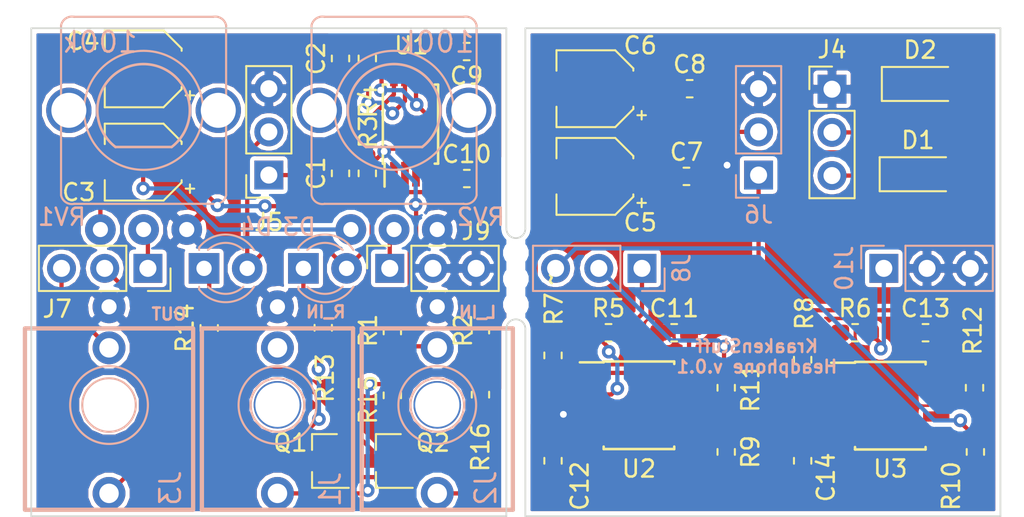
<source format=kicad_pcb>
(kicad_pcb (version 20171130) (host pcbnew "(5.0.1)-4")
  (layers (0 F.Cu signal) (31 B.Cu signal) (34 B.Paste user) (35 F.Paste user) (36 B.SilkS user) (37 F.SilkS user) (38 B.Mask user) (39 F.Mask user) (44 Edge.Cuts user))
  (net 0 "")
  (net 1 "Net-(C1-Pad2)")
  (net 2 "Net-(C1-Pad1)")
  (net 3 "Net-(C2-Pad1)")
  (net 4 "Net-(C2-Pad2)")
  (net 5 "Net-(C3-Pad2)")
  (net 6 "Net-(C4-Pad2)")
  (net 7 "Net-(J1-PadT)")
  (net 8 GND)
  (net 9 "Net-(J1-PadTN)")
  (net 10 "Net-(J2-PadT)")
  (net 11 "Net-(R5-Pad1)")
  (net 12 "Net-(R6-Pad1)")
  (net 13 "Net-(R7-Pad1)")
  (net 14 "Net-(R10-Pad2)")
  (net 15 "Net-(R11-Pad2)")
  (net 16 "Net-(R12-Pad2)")
  (net 17 -12V)
  (net 18 +12V)
  (net 19 "Net-(D1-Pad1)")
  (net 20 "Net-(D2-Pad2)")
  (net 21 "Net-(D3-Pad1)")
  (net 22 "Net-(D4-Pad1)")
  (net 23 POT_R_C)
  (net 24 POT_R_M)
  (net 25 POT_L_C)
  (net 26 POT_L_M)
  (net 27 "Net-(Q1-Pad1)")
  (net 28 "Net-(Q1-Pad3)")
  (net 29 "Net-(Q2-Pad3)")
  (net 30 "Net-(Q2-Pad1)")
  (net 31 OUT_L_C)
  (net 32 OUT_R_C)
  (net 33 OUT_L_M)
  (net 34 OUT_R_M)
  (module KraakenStuff:Perforacija (layer F.Cu) (at 46.2788 62.992 90)
    (fp_text reference ~ (at 0 2.032 90) (layer F.SilkS))
    (fp_text value Perforacija)
    (pad "" np_thru_hole circle (at -1.524 0 90) (size 1 1) (drill 1) (layers *.Cu *.Mask))
    (pad "" np_thru_hole circle (at 0 0 90) (size 1 1) (drill 1) (layers *.Cu *.Mask))
    (pad "" np_thru_hole circle (at 1.524 0 90) (size 1 1) (drill 1) (layers *.Cu *.Mask))
  )
  (module Capacitor_SMD:C_0603_1608Metric_Pad1.05x0.95mm_HandSolder (layer F.Cu) (at 35.9664 56.7944 90)
    (fp_text reference C1 (at 0 -1.43 90) (layer F.SilkS))
    (fp_text value 10p)
    (pad 2 smd roundrect (at 0.875 0 90) (size 1.05 0.95) (layers F.Cu F.Paste F.Mask) (net 1 "Net-(C1-Pad2)"))
    (pad 1 smd roundrect (at -0.875 0 90) (size 1.05 0.95) (layers F.Cu F.Paste F.Mask) (net 2 "Net-(C1-Pad1)"))
  )
  (module Capacitor_SMD:C_0603_1608Metric_Pad1.05x0.95mm_HandSolder (layer F.Cu) (at 35.9664 50.038 90)
    (fp_text reference C2 (at 0 -1.43 90) (layer F.SilkS))
    (fp_text value 10p)
    (pad 1 smd roundrect (at -0.875 0 90) (size 1.05 0.95) (layers F.Cu F.Paste F.Mask) (net 3 "Net-(C2-Pad1)"))
    (pad 2 smd roundrect (at 0.875 0 90) (size 1.05 0.95) (layers F.Cu F.Paste F.Mask) (net 4 "Net-(C2-Pad2)"))
  )
  (module Capacitor_SMD:CP_Elec_4x5.7 (layer F.Cu) (at 24.362 56.134 180)
    (fp_text reference C3 (at 3.788 -1.778 180) (layer F.SilkS))
    (fp_text value 10uF)
    (pad 1 smd rect (at -1.8 0 180) (size 2.6 1.6) (layers F.Cu F.Paste F.Mask) (net 2 "Net-(C1-Pad1)"))
    (pad 2 smd rect (at 1.8 0 180) (size 2.6 1.6) (layers F.Cu F.Paste F.Mask) (net 5 "Net-(C3-Pad2)"))
  )
  (module Capacitor_SMD:CP_Elec_4x5.7 (layer F.Cu) (at 24.362 50.6476 180)
    (fp_text reference C4 (at 3.534 1.6256 180) (layer F.SilkS))
    (fp_text value 10uF)
    (pad 2 smd rect (at 1.8 0 180) (size 2.6 1.6) (layers F.Cu F.Paste F.Mask) (net 6 "Net-(C4-Pad2)"))
    (pad 1 smd rect (at -1.8 0 180) (size 2.6 1.6) (layers F.Cu F.Paste F.Mask) (net 3 "Net-(C2-Pad1)"))
  )
  (module KraakenStuff:PJ301M-12 (layer B.Cu) (at 32.258 70.4088 90)
    (fp_text reference J1 (at -3.8354 3.81 90) (layer B.SilkS) (effects (font (size 1.2065 1.2065) (thickness 0.1524)) (justify left bottom mirror)))
    (fp_text value R_IN (at 5.0546 4.0894 180) (layer B.SilkS) (effects (font (size 0.7 0.7) (thickness 0.1524)) (justify left bottom mirror)))
    (pad T thru_hole circle (at -5.207 0 90) (size 1.9304 1.9304) (drill 1.143) (layers *.Cu *.Mask) (net 7 "Net-(J1-PadT)"))
    (pad S thru_hole circle (at 5.7658 0 90) (size 1.9304 1.9304) (drill 0.889) (layers *.Cu *.Mask) (net 8 GND))
    (pad TN thru_hole circle (at 3.3528 0 90) (size 1.9304 1.9304) (drill 1.143) (layers *.Cu *.Mask) (net 9 "Net-(J1-PadTN)"))
    (pad "" np_thru_hole circle (at 0 0 90) (size 2.8 2.8) (drill 2.6) (layers *.Cu *.Mask))
  )
  (module KraakenStuff:PJ301M-12 (layer B.Cu) (at 41.656 70.4088 90)
    (fp_text reference J2 (at -3.7592 3.556 90) (layer B.SilkS) (effects (font (size 1.2065 1.2065) (thickness 0.1524)) (justify left bottom mirror)))
    (fp_text value L_IN (at 5.0292 3.556 180) (layer B.SilkS) (effects (font (size 0.7 0.7) (thickness 0.1524)) (justify left bottom mirror)))
    (pad "" np_thru_hole circle (at 0 0 90) (size 2.8 2.8) (drill 2.6) (layers *.Cu *.Mask))
    (pad TN thru_hole circle (at 3.3528 0 90) (size 1.9304 1.9304) (drill 1.143) (layers *.Cu *.Mask) (net 7 "Net-(J1-PadT)"))
    (pad S thru_hole circle (at 5.7658 0 90) (size 1.9304 1.9304) (drill 0.889) (layers *.Cu *.Mask) (net 8 GND))
    (pad T thru_hole circle (at -5.207 0 90) (size 1.9304 1.9304) (drill 1.143) (layers *.Cu *.Mask) (net 10 "Net-(J2-PadT)"))
  )
  (module KraakenStuff:PJ366ST (layer B.Cu) (at 22.352 70.4088 90)
    (fp_text reference J3 (at -3.7592 4.318 90) (layer B.SilkS) (effects (font (size 1.2065 1.2065) (thickness 0.1524)) (justify left bottom mirror)))
    (fp_text value OUT (at 4.9276 4.6228 180) (layer B.SilkS) (effects (font (size 0.7 0.7) (thickness 0.1524)) (justify left bottom mirror)))
    (pad "" np_thru_hole circle (at 0 0 90) (size 3 3) (drill 3) (layers *.Cu *.Mask))
    (pad R thru_hole circle (at 3.3528 0 90) (size 1.9304 1.9304) (drill 1.143) (layers *.Cu *.Mask) (net 31 OUT_L_C))
    (pad S thru_hole circle (at 5.7658 0 90) (size 1.9304 1.9304) (drill 0.889) (layers *.Cu *.Mask) (net 8 GND))
    (pad T thru_hole circle (at -5.207 0 90) (size 1.9304 1.9304) (drill 1.143) (layers *.Cu *.Mask) (net 32 OUT_R_C))
  )
  (module Resistor_SMD:R_0603_1608Metric_Pad1.05x0.95mm_HandSolder (layer F.Cu) (at 39.0144 66.0908 270)
    (fp_text reference R1 (at -0.0508 1.4224 270) (layer F.SilkS))
    (fp_text value 100k)
    (pad 2 smd roundrect (at 0.875 0 270) (size 1.05 0.95) (layers F.Cu F.Paste F.Mask) (net 7 "Net-(J1-PadT)"))
    (pad 1 smd roundrect (at -0.875 0 270) (size 1.05 0.95) (layers F.Cu F.Paste F.Mask) (net 1 "Net-(C1-Pad2)"))
  )
  (module Resistor_SMD:R_0603_1608Metric_Pad1.05x0.95mm_HandSolder (layer F.Cu) (at 44.196 66.04 270)
    (fp_text reference R2 (at 0 1.016 270) (layer F.SilkS))
    (fp_text value 100k)
    (pad 1 smd roundrect (at -0.875 0 270) (size 1.05 0.95) (layers F.Cu F.Paste F.Mask) (net 4 "Net-(C2-Pad2)"))
    (pad 2 smd roundrect (at 0.875 0 270) (size 1.05 0.95) (layers F.Cu F.Paste F.Mask) (net 10 "Net-(J2-PadT)"))
  )
  (module Resistor_SMD:R_0603_1608Metric_Pad1.05x0.95mm_HandSolder (layer F.Cu) (at 37.5412 56.7944 90)
    (fp_text reference R3 (at 2.4384 0.0508 90) (layer F.SilkS))
    (fp_text value 39k)
    (pad 2 smd roundrect (at 0.875 0 90) (size 1.05 0.95) (layers F.Cu F.Paste F.Mask) (net 1 "Net-(C1-Pad2)"))
    (pad 1 smd roundrect (at -0.875 0 90) (size 1.05 0.95) (layers F.Cu F.Paste F.Mask) (net 2 "Net-(C1-Pad1)"))
  )
  (module Resistor_SMD:R_0603_1608Metric_Pad1.05x0.95mm_HandSolder (layer F.Cu) (at 37.5412 50.038 90)
    (fp_text reference R4 (at -2.54 0.0508 90) (layer F.SilkS))
    (fp_text value 39k)
    (pad 1 smd roundrect (at -0.875 0 90) (size 1.05 0.95) (layers F.Cu F.Paste F.Mask) (net 3 "Net-(C2-Pad1)"))
    (pad 2 smd roundrect (at 0.875 0 90) (size 1.05 0.95) (layers F.Cu F.Paste F.Mask) (net 4 "Net-(C2-Pad2)"))
  )
  (module Resistor_SMD:R_0603_1608Metric_Pad1.05x0.95mm_HandSolder (layer F.Cu) (at 51.7284 66.167)
    (fp_text reference R5 (at 0 -1.43) (layer F.SilkS))
    (fp_text value 10k)
    (pad 1 smd roundrect (at -0.875 0) (size 1.05 0.95) (layers F.Cu F.Paste F.Mask) (net 11 "Net-(R5-Pad1)"))
    (pad 2 smd roundrect (at 0.875 0) (size 1.05 0.95) (layers F.Cu F.Paste F.Mask) (net 24 POT_R_M))
  )
  (module Resistor_SMD:R_0603_1608Metric_Pad1.05x0.95mm_HandSolder (layer F.Cu) (at 66.2318 66.167)
    (fp_text reference R6 (at 0 -1.43) (layer F.SilkS))
    (fp_text value 10k)
    (pad 1 smd roundrect (at -0.875 0) (size 1.05 0.95) (layers F.Cu F.Paste F.Mask) (net 12 "Net-(R6-Pad1)"))
    (pad 2 smd roundrect (at 0.875 0) (size 1.05 0.95) (layers F.Cu F.Paste F.Mask) (net 26 POT_L_M))
  )
  (module Resistor_SMD:R_0603_1608Metric_Pad1.05x0.95mm_HandSolder (layer F.Cu) (at 48.4632 67.5018 90)
    (fp_text reference R7 (at 2.7318 0.0508 90) (layer F.SilkS))
    (fp_text value 10k)
    (pad 2 smd roundrect (at 0.875 0 90) (size 1.05 0.95) (layers F.Cu F.Paste F.Mask) (net 11 "Net-(R5-Pad1)"))
    (pad 1 smd roundrect (at -0.875 0 90) (size 1.05 0.95) (layers F.Cu F.Paste F.Mask) (net 13 "Net-(R7-Pad1)"))
  )
  (module Resistor_SMD:R_0603_1608Metric_Pad1.05x0.95mm_HandSolder (layer F.Cu) (at 63.1444 67.7558 270)
    (fp_text reference R8 (at -2.7318 -0.1016 270) (layer F.SilkS))
    (fp_text value 10k)
    (pad 2 smd roundrect (at 0.875 0 270) (size 1.05 0.95) (layers F.Cu F.Paste F.Mask) (net 12 "Net-(R6-Pad1)"))
    (pad 1 smd roundrect (at -0.875 0 270) (size 1.05 0.95) (layers F.Cu F.Paste F.Mask) (net 14 "Net-(R10-Pad2)"))
  )
  (module Resistor_SMD:R_0603_1608Metric_Pad1.05x0.95mm_HandSolder (layer F.Cu) (at 58.6486 73.1774 270)
    (fp_text reference R9 (at 0 -1.43 270) (layer F.SilkS))
    (fp_text value 75)
    (pad 1 smd roundrect (at -0.875 0 270) (size 1.05 0.95) (layers F.Cu F.Paste F.Mask) (net 34 OUT_R_M))
    (pad 2 smd roundrect (at 0.875 0 270) (size 1.05 0.95) (layers F.Cu F.Paste F.Mask) (net 13 "Net-(R7-Pad1)"))
  )
  (module Resistor_SMD:R_0603_1608Metric_Pad1.05x0.95mm_HandSolder (layer F.Cu) (at 73.3044 73.1774 270)
    (fp_text reference R10 (at 2.0066 1.4224 270) (layer F.SilkS))
    (fp_text value 75)
    (pad 1 smd roundrect (at -0.875 0 270) (size 1.05 0.95) (layers F.Cu F.Paste F.Mask) (net 33 OUT_L_M))
    (pad 2 smd roundrect (at 0.875 0 270) (size 1.05 0.95) (layers F.Cu F.Paste F.Mask) (net 14 "Net-(R10-Pad2)"))
  )
  (module Resistor_SMD:R_0603_1608Metric_Pad1.05x0.95mm_HandSolder (layer F.Cu) (at 58.6486 69.4042 270)
    (fp_text reference R11 (at 0 -1.43 270) (layer F.SilkS))
    (fp_text value 75)
    (pad 2 smd roundrect (at 0.875 0 270) (size 1.05 0.95) (layers F.Cu F.Paste F.Mask) (net 15 "Net-(R11-Pad2)"))
    (pad 1 smd roundrect (at -0.875 0 270) (size 1.05 0.95) (layers F.Cu F.Paste F.Mask) (net 34 OUT_R_M))
  )
  (module Resistor_SMD:R_0603_1608Metric_Pad1.05x0.95mm_HandSolder (layer F.Cu) (at 73.2536 69.4042 90)
    (fp_text reference R12 (at 3.3642 -0.1016 90) (layer F.SilkS))
    (fp_text value 75)
    (pad 2 smd roundrect (at 0.875 0 90) (size 1.05 0.95) (layers F.Cu F.Paste F.Mask) (net 16 "Net-(R12-Pad2)"))
    (pad 1 smd roundrect (at -0.875 0 90) (size 1.05 0.95) (layers F.Cu F.Paste F.Mask) (net 33 OUT_L_M))
  )
  (module KraakenStuff:POT-9MM-ALPHA (layer B.Cu) (at 24.384 53.086)
    (fp_text reference RV1 (at -3.302 6.858) (layer B.SilkS) (effects (font (thickness 0.1524)) (justify left bottom mirror)))
    (fp_text value 100k (at -0.254 -3.302) (layer B.SilkS) (effects (font (size 1.2065 1.2065) (thickness 0.1524)) (justify left bottom mirror)))
    (pad 5 thru_hole circle (at -4.394363 0.001843) (size 2.667 2.667) (drill 2.0574) (layers *.Cu *.Mask))
    (pad 4 thru_hole circle (at 4.394037 0.001843) (size 2.667 2.667) (drill 2.0574) (layers *.Cu *.Mask))
    (pad 1 thru_hole circle (at 2.539837 7.012243 90) (size 1.8034 1.8034) (drill 0.889) (layers *.Cu *.Mask) (net 8 GND))
    (pad 2 thru_hole circle (at -0.000163 7.012243 90) (size 1.8034 1.8034) (drill 0.889) (layers *.Cu *.Mask) (net 23 POT_R_C))
    (pad 3 thru_hole circle (at -2.540163 7.012243 90) (size 1.8034 1.8034) (drill 0.889) (layers *.Cu *.Mask) (net 5 "Net-(C3-Pad2)"))
  )
  (module KraakenStuff:POT-9MM-ALPHA (layer B.Cu) (at 39.116 53.086)
    (fp_text reference RV2 (at 6.604 6.858) (layer B.SilkS) (effects (font (thickness 0.1524)) (justify left bottom mirror)))
    (fp_text value 100k (at 4.826 -3.302) (layer B.SilkS) (effects (font (size 1.2065 1.2065) (thickness 0.1524)) (justify left bottom mirror)))
    (pad 3 thru_hole circle (at -2.540163 7.012243 90) (size 1.8034 1.8034) (drill 0.889) (layers *.Cu *.Mask) (net 6 "Net-(C4-Pad2)"))
    (pad 2 thru_hole circle (at -0.000163 7.012243 90) (size 1.8034 1.8034) (drill 0.889) (layers *.Cu *.Mask) (net 25 POT_L_C))
    (pad 1 thru_hole circle (at 2.539837 7.012243 90) (size 1.8034 1.8034) (drill 0.889) (layers *.Cu *.Mask) (net 8 GND))
    (pad 4 thru_hole circle (at 4.394037 0.001843) (size 2.667 2.667) (drill 2.0574) (layers *.Cu *.Mask))
    (pad 5 thru_hole circle (at -4.394363 0.001843) (size 2.667 2.667) (drill 2.0574) (layers *.Cu *.Mask))
  )
  (module Package_SO:TSSOP-8_4.4x3mm_P0.65mm (layer F.Cu) (at 40.0812 53.8988 90)
    (fp_text reference U1 (at 4.6228 0.0508 180) (layer F.SilkS))
    (fp_text value TL072)
    (pad 1 smd rect (at -2.95 -0.975 90) (size 1.45 0.45) (layers F.Cu F.Paste F.Mask) (net 2 "Net-(C1-Pad1)"))
    (pad 2 smd rect (at -2.95 -0.325 90) (size 1.45 0.45) (layers F.Cu F.Paste F.Mask) (net 1 "Net-(C1-Pad2)"))
    (pad 3 smd rect (at -2.95 0.325 90) (size 1.45 0.45) (layers F.Cu F.Paste F.Mask) (net 8 GND))
    (pad 4 smd rect (at -2.95 0.975 90) (size 1.45 0.45) (layers F.Cu F.Paste F.Mask) (net 18 +12V))
    (pad 5 smd rect (at 2.95 0.975 90) (size 1.45 0.45) (layers F.Cu F.Paste F.Mask) (net 8 GND))
    (pad 6 smd rect (at 2.95 0.325 90) (size 1.45 0.45) (layers F.Cu F.Paste F.Mask) (net 4 "Net-(C2-Pad2)"))
    (pad 7 smd rect (at 2.95 -0.325 90) (size 1.45 0.45) (layers F.Cu F.Paste F.Mask) (net 3 "Net-(C2-Pad1)"))
    (pad 8 smd rect (at 2.95 -0.975 90) (size 1.45 0.45) (layers F.Cu F.Paste F.Mask) (net 17 -12V))
  )
  (module Package_SO:SOIC-8_3.9x4.9mm_P1.27mm (layer F.Cu) (at 53.5178 70.4342)
    (fp_text reference U2 (at 0 3.7338) (layer F.SilkS))
    (fp_text value NE5532)
    (pad 1 smd rect (at -2.7 -1.905) (size 1.55 0.6) (layers F.Cu F.Paste F.Mask) (net 13 "Net-(R7-Pad1)"))
    (pad 2 smd rect (at -2.7 -0.635) (size 1.55 0.6) (layers F.Cu F.Paste F.Mask) (net 11 "Net-(R5-Pad1)"))
    (pad 3 smd rect (at -2.7 0.635) (size 1.55 0.6) (layers F.Cu F.Paste F.Mask) (net 8 GND))
    (pad 4 smd rect (at -2.7 1.905) (size 1.55 0.6) (layers F.Cu F.Paste F.Mask) (net 18 +12V))
    (pad 5 smd rect (at 2.7 1.905) (size 1.55 0.6) (layers F.Cu F.Paste F.Mask) (net 13 "Net-(R7-Pad1)"))
    (pad 6 smd rect (at 2.7 0.635) (size 1.55 0.6) (layers F.Cu F.Paste F.Mask) (net 15 "Net-(R11-Pad2)"))
    (pad 7 smd rect (at 2.7 -0.635) (size 1.55 0.6) (layers F.Cu F.Paste F.Mask) (net 15 "Net-(R11-Pad2)"))
    (pad 8 smd rect (at 2.7 -1.905) (size 1.55 0.6) (layers F.Cu F.Paste F.Mask) (net 17 -12V))
  )
  (module Package_SO:SOIC-8_3.9x4.9mm_P1.27mm (layer F.Cu) (at 68.3006 70.4596)
    (fp_text reference U3 (at 0 3.7084) (layer F.SilkS))
    (fp_text value NE5532)
    (pad 8 smd rect (at 2.7 -1.905) (size 1.55 0.6) (layers F.Cu F.Paste F.Mask) (net 17 -12V))
    (pad 7 smd rect (at 2.7 -0.635) (size 1.55 0.6) (layers F.Cu F.Paste F.Mask) (net 16 "Net-(R12-Pad2)"))
    (pad 6 smd rect (at 2.7 0.635) (size 1.55 0.6) (layers F.Cu F.Paste F.Mask) (net 16 "Net-(R12-Pad2)"))
    (pad 5 smd rect (at 2.7 1.905) (size 1.55 0.6) (layers F.Cu F.Paste F.Mask) (net 14 "Net-(R10-Pad2)"))
    (pad 4 smd rect (at -2.7 1.905) (size 1.55 0.6) (layers F.Cu F.Paste F.Mask) (net 18 +12V))
    (pad 3 smd rect (at -2.7 0.635) (size 1.55 0.6) (layers F.Cu F.Paste F.Mask) (net 8 GND))
    (pad 2 smd rect (at -2.7 -0.635) (size 1.55 0.6) (layers F.Cu F.Paste F.Mask) (net 12 "Net-(R6-Pad1)"))
    (pad 1 smd rect (at -2.7 -1.905) (size 1.55 0.6) (layers F.Cu F.Paste F.Mask) (net 14 "Net-(R10-Pad2)"))
  )
  (module Capacitor_SMD:CP_Elec_4x5.7 (layer F.Cu) (at 50.927 56.9722 180)
    (fp_text reference C5 (at -2.667 -2.7178 180) (layer F.SilkS))
    (fp_text value 10uF)
    (pad 2 smd rect (at 1.8 0 180) (size 2.6 1.6) (layers F.Cu F.Paste F.Mask) (net 17 -12V))
    (pad 1 smd rect (at -1.8 0 180) (size 2.6 1.6) (layers F.Cu F.Paste F.Mask) (net 8 GND))
  )
  (module Capacitor_SMD:CP_Elec_4x5.7 (layer F.Cu) (at 50.927 51.816 180)
    (fp_text reference C6 (at -2.667 2.54 180) (layer F.SilkS))
    (fp_text value 10uF)
    (pad 1 smd rect (at -1.8 0 180) (size 2.6 1.6) (layers F.Cu F.Paste F.Mask) (net 18 +12V))
    (pad 2 smd rect (at 1.8 0 180) (size 2.6 1.6) (layers F.Cu F.Paste F.Mask) (net 8 GND))
  )
  (module Capacitor_SMD:C_0603_1608Metric_Pad1.05x0.95mm_HandSolder (layer F.Cu) (at 56.3118 56.9722)
    (fp_text reference C7 (at 0 -1.43) (layer F.SilkS))
    (fp_text value 100n)
    (pad 2 smd roundrect (at 0.875 0) (size 1.05 0.95) (layers F.Cu F.Paste F.Mask) (net 17 -12V))
    (pad 1 smd roundrect (at -0.875 0) (size 1.05 0.95) (layers F.Cu F.Paste F.Mask) (net 8 GND))
  )
  (module Capacitor_SMD:C_0603_1608Metric_Pad1.05x0.95mm_HandSolder (layer F.Cu) (at 56.501 51.816)
    (fp_text reference C8 (at 0 -1.43) (layer F.SilkS))
    (fp_text value 100n)
    (pad 1 smd roundrect (at -0.875 0) (size 1.05 0.95) (layers F.Cu F.Paste F.Mask) (net 18 +12V))
    (pad 2 smd roundrect (at 0.875 0) (size 1.05 0.95) (layers F.Cu F.Paste F.Mask) (net 8 GND))
  )
  (module Capacitor_SMD:C_0603_1608Metric_Pad1.05x0.95mm_HandSolder (layer F.Cu) (at 43.3832 49.6316 180)
    (fp_text reference C9 (at 0 -1.43 180) (layer F.SilkS))
    (fp_text value 100n)
    (pad 2 smd roundrect (at 0.875 0 180) (size 1.05 0.95) (layers F.Cu F.Paste F.Mask) (net 17 -12V))
    (pad 1 smd roundrect (at -0.875 0 180) (size 1.05 0.95) (layers F.Cu F.Paste F.Mask) (net 8 GND))
  )
  (module Capacitor_SMD:C_0603_1608Metric_Pad1.05x0.95mm_HandSolder (layer F.Cu) (at 43.3946 57.0992)
    (fp_text reference C10 (at 0 -1.43) (layer F.SilkS))
    (fp_text value 100n)
    (pad 1 smd roundrect (at -0.875 0) (size 1.05 0.95) (layers F.Cu F.Paste F.Mask) (net 18 +12V))
    (pad 2 smd roundrect (at 0.875 0) (size 1.05 0.95) (layers F.Cu F.Paste F.Mask) (net 8 GND))
  )
  (module Capacitor_SMD:C_0603_1608Metric_Pad1.05x0.95mm_HandSolder (layer F.Cu) (at 55.5892 66.167)
    (fp_text reference C11 (at 0 -1.43) (layer F.SilkS))
    (fp_text value 100n)
    (pad 1 smd roundrect (at -0.875 0) (size 1.05 0.95) (layers F.Cu F.Paste F.Mask) (net 8 GND))
    (pad 2 smd roundrect (at 0.875 0) (size 1.05 0.95) (layers F.Cu F.Paste F.Mask) (net 17 -12V))
  )
  (module Capacitor_SMD:C_0603_1608Metric_Pad1.05x0.95mm_HandSolder (layer F.Cu) (at 48.4632 73.6994 270)
    (fp_text reference C12 (at 1.4846 -1.5748 270) (layer F.SilkS))
    (fp_text value 100n)
    (pad 2 smd roundrect (at 0.875 0 270) (size 1.05 0.95) (layers F.Cu F.Paste F.Mask) (net 8 GND))
    (pad 1 smd roundrect (at -0.875 0 270) (size 1.05 0.95) (layers F.Cu F.Paste F.Mask) (net 18 +12V))
  )
  (module Capacitor_SMD:C_0603_1608Metric_Pad1.05x0.95mm_HandSolder (layer F.Cu) (at 70.372 66.167)
    (fp_text reference C13 (at 0 -1.43) (layer F.SilkS))
    (fp_text value 100n)
    (pad 1 smd roundrect (at -0.875 0) (size 1.05 0.95) (layers F.Cu F.Paste F.Mask) (net 8 GND))
    (pad 2 smd roundrect (at 0.875 0) (size 1.05 0.95) (layers F.Cu F.Paste F.Mask) (net 17 -12V))
  )
  (module Capacitor_SMD:C_0603_1608Metric_Pad1.05x0.95mm_HandSolder (layer F.Cu) (at 63.1444 73.6994 270)
    (fp_text reference C14 (at 0.9766 -1.3716 270) (layer F.SilkS))
    (fp_text value 100n)
    (pad 2 smd roundrect (at 0.875 0 270) (size 1.05 0.95) (layers F.Cu F.Paste F.Mask) (net 8 GND))
    (pad 1 smd roundrect (at -0.875 0 270) (size 1.05 0.95) (layers F.Cu F.Paste F.Mask) (net 18 +12V))
  )
  (module Diode_SMD:D_SOD-123 (layer F.Cu) (at 69.9262 56.8452)
    (fp_text reference D1 (at 0 -2) (layer F.SilkS))
    (fp_text value 1N5817)
    (pad 1 smd rect (at -1.65 0) (size 0.9 1.2) (layers F.Cu F.Paste F.Mask) (net 19 "Net-(D1-Pad1)"))
    (pad 2 smd rect (at 1.65 0) (size 0.9 1.2) (layers F.Cu F.Paste F.Mask) (net 17 -12V))
  )
  (module Diode_SMD:D_SOD-123 (layer F.Cu) (at 70.0532 51.5366)
    (fp_text reference D2 (at 0 -2) (layer F.SilkS))
    (fp_text value 1N5817)
    (pad 2 smd rect (at 1.65 0) (size 0.9 1.2) (layers F.Cu F.Paste F.Mask) (net 20 "Net-(D2-Pad2)"))
    (pad 1 smd rect (at -1.65 0) (size 0.9 1.2) (layers F.Cu F.Paste F.Mask) (net 18 +12V))
  )
  (module LED_THT:LED_D3.0mm (layer B.Cu) (at 33.782 62.3824)
    (fp_text reference D3 (at -0.254 -2.4384) (layer B.SilkS) (effects (justify mirror)))
    (fp_text value LED)
    (pad 1 thru_hole rect (at 0 0) (size 1.8 1.8) (drill 0.9) (layers *.Cu *.Mask) (net 21 "Net-(D3-Pad1)"))
    (pad 2 thru_hole circle (at 2.54 0) (size 1.8 1.8) (drill 0.9) (layers *.Cu *.Mask) (net 18 +12V))
  )
  (module LED_THT:LED_D3.0mm (layer B.Cu) (at 27.94 62.3824)
    (fp_text reference D4 (at 3.048 -2.4384) (layer B.SilkS) (effects (justify mirror)))
    (fp_text value LED)
    (pad 2 thru_hole circle (at 2.54 0) (size 1.8 1.8) (drill 0.9) (layers *.Cu *.Mask) (net 18 +12V))
    (pad 1 thru_hole rect (at 0 0) (size 1.8 1.8) (drill 0.9) (layers *.Cu *.Mask) (net 22 "Net-(D4-Pad1)"))
  )
  (module Package_TO_SOT_SMD:SOT-23 (layer F.Cu) (at 35.052 73.7108 180)
    (fp_text reference Q1 (at 2.032 1.0668 180) (layer F.SilkS))
    (fp_text value MMBT3904)
    (pad 1 smd rect (at -1 -0.95 180) (size 0.9 0.8) (layers F.Cu F.Paste F.Mask) (net 27 "Net-(Q1-Pad1)"))
    (pad 2 smd rect (at -1 0.95 180) (size 0.9 0.8) (layers F.Cu F.Paste F.Mask) (net 8 GND))
    (pad 3 smd rect (at 1 0 180) (size 0.9 0.8) (layers F.Cu F.Paste F.Mask) (net 28 "Net-(Q1-Pad3)"))
  )
  (module Package_TO_SOT_SMD:SOT-23 (layer F.Cu) (at 38.8112 73.7108 180)
    (fp_text reference Q2 (at -2.5908 1.0668 180) (layer F.SilkS))
    (fp_text value MMBT3904)
    (pad 3 smd rect (at 1 0 180) (size 0.9 0.8) (layers F.Cu F.Paste F.Mask) (net 29 "Net-(Q2-Pad3)"))
    (pad 2 smd rect (at -1 0.95 180) (size 0.9 0.8) (layers F.Cu F.Paste F.Mask) (net 8 GND))
    (pad 1 smd rect (at -1 -0.95 180) (size 0.9 0.8) (layers F.Cu F.Paste F.Mask) (net 30 "Net-(Q2-Pad1)"))
  )
  (module Resistor_SMD:R_0603_1608Metric_Pad1.05x0.95mm_HandSolder (layer F.Cu) (at 34.9504 65.8762 90)
    (fp_text reference R13 (at -2.9578 0.1016 90) (layer F.SilkS))
    (fp_text value 1k)
    (pad 1 smd roundrect (at -0.875 0 90) (size 1.05 0.95) (layers F.Cu F.Paste F.Mask) (net 28 "Net-(Q1-Pad3)"))
    (pad 2 smd roundrect (at 0.875 0 90) (size 1.05 0.95) (layers F.Cu F.Paste F.Mask) (net 21 "Net-(D3-Pad1)"))
  )
  (module Resistor_SMD:R_0603_1608Metric_Pad1.05x0.95mm_HandSolder (layer F.Cu) (at 28.2448 65.8876 90)
    (fp_text reference R14 (at 0 -1.43 90) (layer F.SilkS))
    (fp_text value 1k)
    (pad 2 smd roundrect (at 0.875 0 90) (size 1.05 0.95) (layers F.Cu F.Paste F.Mask) (net 22 "Net-(D4-Pad1)"))
    (pad 1 smd roundrect (at -0.875 0 90) (size 1.05 0.95) (layers F.Cu F.Paste F.Mask) (net 29 "Net-(Q2-Pad3)"))
  )
  (module Resistor_SMD:R_0603_1608Metric_Pad1.05x0.95mm_HandSolder (layer F.Cu) (at 39.0144 69.85 270)
    (fp_text reference R15 (at 0.254 1.4224 270) (layer F.SilkS))
    (fp_text value 100k)
    (pad 2 smd roundrect (at 0.875 0 270) (size 1.05 0.95) (layers F.Cu F.Paste F.Mask) (net 27 "Net-(Q1-Pad1)"))
    (pad 1 smd roundrect (at -0.875 0 270) (size 1.05 0.95) (layers F.Cu F.Paste F.Mask) (net 7 "Net-(J1-PadT)"))
  )
  (module Resistor_SMD:R_0603_1608Metric_Pad1.05x0.95mm_HandSolder (layer F.Cu) (at 44.196 69.8106 270)
    (fp_text reference R16 (at 3.0874 0 270) (layer F.SilkS))
    (fp_text value 100k)
    (pad 1 smd roundrect (at -0.875 0 270) (size 1.05 0.95) (layers F.Cu F.Paste F.Mask) (net 10 "Net-(J2-PadT)"))
    (pad 2 smd roundrect (at 0.875 0 270) (size 1.05 0.95) (layers F.Cu F.Paste F.Mask) (net 30 "Net-(Q2-Pad1)"))
  )
  (module Connector_PinHeader_2.54mm:PinHeader_1x03_P2.54mm_Vertical (layer F.Cu) (at 64.8716 51.846)
    (fp_text reference J4 (at 0 -2.33) (layer F.SilkS))
    (fp_text value PWR)
    (pad 3 thru_hole oval (at 0 5.08) (size 1.7 1.7) (drill 1) (layers *.Cu *.Mask) (net 19 "Net-(D1-Pad1)"))
    (pad 2 thru_hole oval (at 0 2.54) (size 1.7 1.7) (drill 1) (layers *.Cu *.Mask) (net 20 "Net-(D2-Pad2)"))
    (pad 1 thru_hole rect (at 0 0) (size 1.7 1.7) (drill 1) (layers *.Cu *.Mask) (net 8 GND))
  )
  (module Connector_PinSocket_2.54mm:PinSocket_1x03_P2.54mm_Vertical (layer F.Cu) (at 31.75 56.896 180)
    (fp_text reference J5 (at 0 -2.77 180) (layer F.SilkS))
    (fp_text value PWR_C)
    (pad 1 thru_hole rect (at 0 0 180) (size 1.7 1.7) (drill 1) (layers *.Cu *.Mask) (net 17 -12V))
    (pad 2 thru_hole oval (at 0 2.54 180) (size 1.7 1.7) (drill 1) (layers *.Cu *.Mask) (net 18 +12V))
    (pad 3 thru_hole oval (at 0 5.08 180) (size 1.7 1.7) (drill 1) (layers *.Cu *.Mask) (net 8 GND))
  )
  (module Connector_PinHeader_2.54mm:PinHeader_1x03_P2.54mm_Vertical (layer B.Cu) (at 60.5536 56.896)
    (fp_text reference J6 (at 0 2.33) (layer B.SilkS) (effects (justify mirror)))
    (fp_text value PWR_M)
    (pad 1 thru_hole rect (at 0 0) (size 1.7 1.7) (drill 1) (layers *.Cu *.Mask) (net 17 -12V))
    (pad 2 thru_hole oval (at 0 -2.54) (size 1.7 1.7) (drill 1) (layers *.Cu *.Mask) (net 18 +12V))
    (pad 3 thru_hole oval (at 0 -5.08) (size 1.7 1.7) (drill 1) (layers *.Cu *.Mask) (net 8 GND))
  )
  (module Connector_PinSocket_2.54mm:PinSocket_1x03_P2.54mm_Vertical (layer F.Cu) (at 24.638 62.3824 270)
    (fp_text reference J7 (at 2.3876 5.334) (layer F.SilkS))
    (fp_text value POT_R_C)
    (pad 3 thru_hole oval (at 0 5.08 270) (size 1.7 1.7) (drill 1) (layers *.Cu *.Mask) (net 31 OUT_L_C))
    (pad 2 thru_hole oval (at 0 2.54 270) (size 1.7 1.7) (drill 1) (layers *.Cu *.Mask) (net 32 OUT_R_C))
    (pad 1 thru_hole rect (at 0 0 270) (size 1.7 1.7) (drill 1) (layers *.Cu *.Mask) (net 23 POT_R_C))
  )
  (module Connector_PinHeader_2.54mm:PinHeader_1x03_P2.54mm_Vertical (layer B.Cu) (at 53.6956 62.3824 90)
    (fp_text reference J8 (at 0 2.33 90) (layer B.SilkS) (effects (justify mirror)))
    (fp_text value POT_R_M)
    (pad 3 thru_hole oval (at 0 -5.08 90) (size 1.7 1.7) (drill 1) (layers *.Cu *.Mask) (net 33 OUT_L_M))
    (pad 2 thru_hole oval (at 0 -2.54 90) (size 1.7 1.7) (drill 1) (layers *.Cu *.Mask) (net 34 OUT_R_M))
    (pad 1 thru_hole rect (at 0 0 90) (size 1.7 1.7) (drill 1) (layers *.Cu *.Mask) (net 24 POT_R_M))
  )
  (module Connector_PinSocket_2.54mm:PinSocket_1x03_P2.54mm_Vertical (layer F.Cu) (at 38.862 62.3824 90)
    (fp_text reference J9 (at 2.1844 5.08 180) (layer F.SilkS))
    (fp_text value POT_L_C)
    (pad 1 thru_hole rect (at 0 0 90) (size 1.7 1.7) (drill 1) (layers *.Cu *.Mask) (net 25 POT_L_C))
    (pad 2 thru_hole oval (at 0 2.54 90) (size 1.7 1.7) (drill 1) (layers *.Cu *.Mask) (net 8 GND))
    (pad 3 thru_hole oval (at 0 5.08 90) (size 1.7 1.7) (drill 1) (layers *.Cu *.Mask) (net 8 GND))
  )
  (module Connector_PinHeader_2.54mm:PinHeader_1x03_P2.54mm_Vertical (layer B.Cu) (at 67.9196 62.3824 270)
    (fp_text reference J10 (at 0 2.33 270) (layer B.SilkS) (effects (justify mirror)))
    (fp_text value POT_L_M)
    (pad 1 thru_hole rect (at 0 0 270) (size 1.7 1.7) (drill 1) (layers *.Cu *.Mask) (net 26 POT_L_M))
    (pad 2 thru_hole oval (at 0 -2.54 270) (size 1.7 1.7) (drill 1) (layers *.Cu *.Mask) (net 8 GND))
    (pad 3 thru_hole oval (at 0 -5.08 270) (size 1.7 1.7) (drill 1) (layers *.Cu *.Mask) (net 8 GND))
  )
  (gr_text "KraakenStuff\nHeadphone v.0.1" (at 60.452 67.564) (layer B.SilkS) (effects (font (size 0.75 0.75)) (justify mirror)))
  (gr_line (start 46.8376 65.9384) (end 46.8376 76.962) (layer Edge.Cuts) (width 0.1))
  (gr_line (start 45.72 76.962) (end 45.72 65.9384) (layer Edge.Cuts) (width 0.1))
  (gr_arc (start 46.2788 65.9384) (end 46.8376 65.9384) (angle -180) (layer Edge.Cuts) (width 0.1))
  (gr_arc (start 46.2788 60.0456) (end 45.72 60.0456) (angle -180) (layer Edge.Cuts) (width 0.1))
  (gr_line (start 74.7776 76.962) (end 46.8376 76.962) (layer Edge.Cuts) (width 0.1))
  (gr_line (start 46.8376 48.26) (end 74.7776 48.26) (layer Edge.Cuts) (width 0.1))
  (gr_line (start 74.7776 48.26) (end 74.7776 76.962) (layer Edge.Cuts) (width 0.1))
  (gr_line (start 46.8376 60.0456) (end 46.8376 48.26) (layer Edge.Cuts) (width 0.1))
  (gr_line (start 17.78 76.962) (end 17.78 48.26) (layer Edge.Cuts) (width 0.1))
  (gr_line (start 45.72 76.962) (end 17.78 76.962) (layer Edge.Cuts) (width 0.1))
  (gr_line (start 45.72 48.26) (end 45.72 60.0456) (layer Edge.Cuts) (width 0.1))
  (gr_line (start 17.78 48.26) (end 45.72 48.26) (layer Edge.Cuts) (width 0.1))
  (segment (start 35.9664 55.9194) (end 37.5412 55.9194) (width 0.25) (layer F.Cu) (net 1))
  (segment (start 37.5412 55.9194) (end 38.1162 55.9194) (width 0.25) (layer F.Cu) (net 1))
  (segment (start 38.689 55.3466) (end 39.3446 55.3466) (width 0.25) (layer F.Cu) (net 1))
  (segment (start 39.3446 55.3466) (end 39.7562 55.7582) (width 0.25) (layer F.Cu) (net 1))
  (segment (start 40.4114 60.898) (end 40.4114 59.2466) (width 0.25) (layer F.Cu) (net 1))
  (segment (start 40.037001 61.272399) (end 40.4114 60.898) (width 0.25) (layer F.Cu) (net 1))
  (segment (start 39.0144 65.2158) (end 40.037001 64.193199) (width 0.25) (layer F.Cu) (net 1))
  (segment (start 40.037001 64.193199) (end 40.037001 61.272399) (width 0.25) (layer F.Cu) (net 1))
  (segment (start 39.7562 55.7582) (end 39.7562 56.8488) (width 0.25) (layer F.Cu) (net 1))
  (via (at 38.5318 55.5038) (size 0.8) (drill 0.4) (layers F.Cu B.Cu) (net 1))
  (segment (start 38.1162 55.9194) (end 38.5318 55.5038) (width 0.25) (layer F.Cu) (net 1))
  (segment (start 38.5318 55.5038) (end 38.689 55.3466) (width 0.25) (layer F.Cu) (net 1))
  (via (at 40.386 58.623801) (size 0.8) (drill 0.4) (layers F.Cu B.Cu) (net 1))
  (segment (start 40.4114 59.2466) (end 40.4114 58.649201) (width 0.25) (layer F.Cu) (net 1))
  (segment (start 40.4114 58.649201) (end 40.386 58.623801) (width 0.25) (layer F.Cu) (net 1))
  (segment (start 40.386 57.358) (end 38.5318 55.5038) (width 0.25) (layer B.Cu) (net 1))
  (segment (start 40.386 58.623801) (end 40.386 57.358) (width 0.25) (layer B.Cu) (net 1))
  (segment (start 38.3618 56.8488) (end 37.5412 57.6694) (width 0.25) (layer F.Cu) (net 2))
  (segment (start 39.1062 56.8488) (end 38.3618 56.8488) (width 0.25) (layer F.Cu) (net 2))
  (segment (start 37.5412 57.6694) (end 35.9664 57.6694) (width 0.25) (layer F.Cu) (net 2))
  (via (at 31.5214 58.7248) (size 0.8) (drill 0.4) (layers F.Cu B.Cu) (net 2))
  (segment (start 35.9664 57.6694) (end 34.911 58.7248) (width 0.25) (layer F.Cu) (net 2))
  (segment (start 34.911 58.7248) (end 31.5214 58.7248) (width 0.25) (layer F.Cu) (net 2))
  (via (at 28.7274 58.674) (size 0.8) (drill 0.4) (layers F.Cu B.Cu) (net 2))
  (segment (start 31.5214 58.7248) (end 28.7782 58.7248) (width 0.25) (layer B.Cu) (net 2))
  (segment (start 28.7782 58.7248) (end 28.7274 58.674) (width 0.25) (layer B.Cu) (net 2))
  (segment (start 26.1874 56.134) (end 26.162 56.134) (width 0.25) (layer F.Cu) (net 2))
  (segment (start 28.7274 58.674) (end 26.1874 56.134) (width 0.25) (layer F.Cu) (net 2))
  (segment (start 37.5412 50.913) (end 35.9664 50.913) (width 0.25) (layer F.Cu) (net 3))
  (segment (start 26.662 50.6476) (end 26.162 50.6476) (width 0.25) (layer F.Cu) (net 3))
  (segment (start 27.712 49.5976) (end 26.662 50.6476) (width 0.25) (layer F.Cu) (net 3))
  (segment (start 34.076 49.5976) (end 27.712 49.5976) (width 0.25) (layer F.Cu) (net 3))
  (segment (start 35.3914 50.913) (end 34.076 49.5976) (width 0.25) (layer F.Cu) (net 3))
  (segment (start 35.9664 50.913) (end 35.3914 50.913) (width 0.25) (layer F.Cu) (net 3))
  (via (at 39.019053 53.268453) (size 0.8) (drill 0.4) (layers F.Cu B.Cu) (net 3))
  (segment (start 39.7562 50.9488) (end 39.7562 52.531306) (width 0.25) (layer F.Cu) (net 3))
  (segment (start 39.7562 52.531306) (end 39.019053 53.268453) (width 0.25) (layer F.Cu) (net 3))
  (via (at 37.594247 52.642647) (size 0.8) (drill 0.4) (layers F.Cu B.Cu) (net 3))
  (segment (start 37.594247 50.966047) (end 37.5412 50.913) (width 0.25) (layer F.Cu) (net 3))
  (segment (start 37.594247 52.642647) (end 37.594247 50.966047) (width 0.25) (layer F.Cu) (net 3))
  (segment (start 38.393247 52.642647) (end 39.019053 53.268453) (width 0.25) (layer B.Cu) (net 3))
  (segment (start 37.594247 52.642647) (end 38.393247 52.642647) (width 0.25) (layer B.Cu) (net 3))
  (segment (start 35.9664 49.163) (end 37.5412 49.163) (width 0.25) (layer F.Cu) (net 4))
  (via (at 40.447482 52.749835) (size 0.8) (drill 0.4) (layers F.Cu B.Cu) (net 4))
  (segment (start 40.4062 50.9488) (end 40.4062 52.708553) (width 0.25) (layer F.Cu) (net 4))
  (segment (start 40.4062 52.708553) (end 40.447482 52.749835) (width 0.25) (layer F.Cu) (net 4))
  (via (at 38.32719 51.904179) (size 0.8) (drill 0.4) (layers F.Cu B.Cu) (net 4))
  (segment (start 40.447482 52.749835) (end 39.601826 51.904179) (width 0.25) (layer B.Cu) (net 4))
  (segment (start 39.601826 51.904179) (end 38.32719 51.904179) (width 0.25) (layer B.Cu) (net 4))
  (segment (start 38.3794 50.0012) (end 37.5412 49.163) (width 0.25) (layer F.Cu) (net 4))
  (segment (start 38.3794 51.562) (end 38.3794 50.0012) (width 0.25) (layer F.Cu) (net 4))
  (segment (start 38.32719 51.904179) (end 38.32719 51.61421) (width 0.25) (layer F.Cu) (net 4))
  (segment (start 38.32719 51.61421) (end 38.3794 51.562) (width 0.25) (layer F.Cu) (net 4))
  (segment (start 45.11961 64.24139) (end 45.11961 56.21941) (width 0.25) (layer F.Cu) (net 4))
  (segment (start 44.196 65.165) (end 45.11961 64.24139) (width 0.25) (layer F.Cu) (net 4))
  (segment (start 45.11961 56.21941) (end 43.8912 54.991) (width 0.25) (layer F.Cu) (net 4))
  (segment (start 42.688647 54.991) (end 40.447482 52.749835) (width 0.25) (layer F.Cu) (net 4))
  (segment (start 43.8912 54.991) (end 42.688647 54.991) (width 0.25) (layer F.Cu) (net 4))
  (segment (start 21.843837 56.852163) (end 22.562 56.134) (width 0.25) (layer F.Cu) (net 5))
  (segment (start 21.843837 60.098243) (end 21.843837 56.852163) (width 0.25) (layer F.Cu) (net 5))
  (via (at 24.3586 57.6834) (size 0.8) (drill 0.4) (layers F.Cu B.Cu) (net 6))
  (segment (start 26.324512 57.6834) (end 24.3586 57.6834) (width 0.25) (layer B.Cu) (net 6))
  (segment (start 36.575837 60.098243) (end 28.739355 60.098243) (width 0.25) (layer B.Cu) (net 6))
  (segment (start 28.739355 60.098243) (end 26.324512 57.6834) (width 0.25) (layer B.Cu) (net 6))
  (segment (start 23.062 50.6476) (end 22.562 50.6476) (width 0.25) (layer F.Cu) (net 6))
  (segment (start 24.3586 51.9442) (end 23.062 50.6476) (width 0.25) (layer F.Cu) (net 6))
  (segment (start 24.3586 57.6834) (end 24.3586 51.9442) (width 0.25) (layer F.Cu) (net 6))
  (segment (start 39.0144 68.975) (end 39.0144 66.9658) (width 0.25) (layer F.Cu) (net 7))
  (segment (start 41.5658 66.9658) (end 41.656 67.056) (width 0.25) (layer F.Cu) (net 7))
  (segment (start 39.0144 66.9658) (end 41.5658 66.9658) (width 0.25) (layer F.Cu) (net 7))
  (via (at 37.5666 75.438) (size 0.8) (drill 0.4) (layers F.Cu B.Cu) (net 7))
  (segment (start 32.258 75.6158) (end 37.3888 75.6158) (width 0.25) (layer F.Cu) (net 7))
  (segment (start 37.3888 75.6158) (end 37.5666 75.438) (width 0.25) (layer F.Cu) (net 7))
  (via (at 37.6682 69.1896) (size 0.8) (drill 0.4) (layers F.Cu B.Cu) (net 7))
  (segment (start 37.5666 75.438) (end 37.5666 69.2912) (width 0.25) (layer B.Cu) (net 7))
  (segment (start 37.5666 69.2912) (end 37.6682 69.1896) (width 0.25) (layer B.Cu) (net 7))
  (segment (start 38.7998 69.1896) (end 39.0144 68.975) (width 0.25) (layer F.Cu) (net 7))
  (segment (start 37.6682 69.1896) (end 38.7998 69.1896) (width 0.25) (layer F.Cu) (net 7))
  (via (at 49.0728 70.9676) (size 0.8) (drill 0.4) (layers F.Cu B.Cu) (net 8))
  (via (at 58.6994 56.3118) (size 0.8) (drill 0.4) (layers F.Cu B.Cu) (net 8))
  (segment (start 44.196 66.915) (end 44.196 68.9356) (width 0.25) (layer F.Cu) (net 10))
  (segment (start 44.196 68.9356) (end 45.085 69.8246) (width 0.25) (layer F.Cu) (net 10))
  (segment (start 45.085 69.8246) (end 45.085 74.676) (width 0.25) (layer F.Cu) (net 10))
  (segment (start 44.1452 75.6158) (end 41.656 75.6158) (width 0.25) (layer F.Cu) (net 10))
  (segment (start 45.085 74.676) (end 44.1452 75.6158) (width 0.25) (layer F.Cu) (net 10))
  (segment (start 50.3936 66.6268) (end 50.8534 66.167) (width 0.25) (layer F.Cu) (net 11))
  (segment (start 48.4632 66.6268) (end 50.3936 66.6268) (width 0.25) (layer F.Cu) (net 11))
  (via (at 52.2478 69.4436) (size 0.8) (drill 0.4) (layers F.Cu B.Cu) (net 11))
  (segment (start 50.8178 69.7992) (end 51.8922 69.7992) (width 0.25) (layer F.Cu) (net 11))
  (segment (start 51.8922 69.7992) (end 52.2478 69.4436) (width 0.25) (layer F.Cu) (net 11))
  (via (at 51.7398 67.2846) (size 0.8) (drill 0.4) (layers F.Cu B.Cu) (net 11))
  (segment (start 52.2478 69.4436) (end 52.2478 67.7926) (width 0.25) (layer B.Cu) (net 11))
  (segment (start 52.2478 67.7926) (end 51.7398 67.2846) (width 0.25) (layer B.Cu) (net 11))
  (segment (start 51.7398 67.0534) (end 50.8534 66.167) (width 0.25) (layer F.Cu) (net 11))
  (segment (start 51.7398 67.2846) (end 51.7398 67.0534) (width 0.25) (layer F.Cu) (net 11))
  (segment (start 64.3382 69.8246) (end 63.1444 68.6308) (width 0.25) (layer F.Cu) (net 12))
  (segment (start 65.6006 69.8246) (end 64.3382 69.8246) (width 0.25) (layer F.Cu) (net 12))
  (segment (start 64.7318 66.167) (end 64.2238 65.659) (width 0.25) (layer F.Cu) (net 12))
  (segment (start 65.3568 66.167) (end 64.7318 66.167) (width 0.25) (layer F.Cu) (net 12))
  (segment (start 64.2238 65.659) (end 62.5348 65.659) (width 0.25) (layer F.Cu) (net 12))
  (segment (start 62.5348 65.659) (end 62.0014 66.1924) (width 0.25) (layer F.Cu) (net 12))
  (segment (start 62.0014 67.4878) (end 63.1444 68.6308) (width 0.25) (layer F.Cu) (net 12))
  (segment (start 62.0014 66.1924) (end 62.0014 67.4878) (width 0.25) (layer F.Cu) (net 12))
  (segment (start 50.6654 68.3768) (end 50.8178 68.5292) (width 0.25) (layer F.Cu) (net 13))
  (segment (start 48.4632 68.3768) (end 50.6654 68.3768) (width 0.25) (layer F.Cu) (net 13))
  (segment (start 56.2178 72.8892) (end 56.2178 72.3392) (width 0.25) (layer F.Cu) (net 13))
  (segment (start 57.381 74.0524) (end 56.2178 72.8892) (width 0.25) (layer F.Cu) (net 13))
  (segment (start 58.6486 74.0524) (end 57.381 74.0524) (width 0.25) (layer F.Cu) (net 13))
  (segment (start 55.1928 72.3392) (end 53.975 71.1214) (width 0.25) (layer F.Cu) (net 13))
  (segment (start 56.2178 72.3392) (end 55.1928 72.3392) (width 0.25) (layer F.Cu) (net 13))
  (segment (start 53.975 71.1214) (end 53.975 69.3928) (width 0.25) (layer F.Cu) (net 13))
  (segment (start 53.1114 68.5292) (end 50.8178 68.5292) (width 0.25) (layer F.Cu) (net 13))
  (segment (start 53.975 69.3928) (end 53.1114 68.5292) (width 0.25) (layer F.Cu) (net 13))
  (segment (start 63.643472 67.379872) (end 63.1444 66.8808) (width 0.25) (layer F.Cu) (net 14))
  (segment (start 64.8182 68.5546) (end 63.643472 67.379872) (width 0.25) (layer F.Cu) (net 14))
  (segment (start 65.6006 68.5546) (end 64.8182 68.5546) (width 0.25) (layer F.Cu) (net 14))
  (segment (start 70.5256 72.3646) (end 71.0006 72.3646) (width 0.25) (layer F.Cu) (net 14))
  (segment (start 66.7156 68.5546) (end 70.5256 72.3646) (width 0.25) (layer F.Cu) (net 14))
  (segment (start 65.6006 68.5546) (end 66.7156 68.5546) (width 0.25) (layer F.Cu) (net 14))
  (segment (start 73.1634 74.0524) (end 73.3044 74.0524) (width 0.25) (layer F.Cu) (net 14))
  (segment (start 71.4756 72.3646) (end 73.1634 74.0524) (width 0.25) (layer F.Cu) (net 14))
  (segment (start 71.0006 72.3646) (end 71.4756 72.3646) (width 0.25) (layer F.Cu) (net 14))
  (segment (start 56.2178 71.0692) (end 56.2178 69.7992) (width 0.25) (layer F.Cu) (net 15))
  (segment (start 58.1686 69.7992) (end 58.6486 70.2792) (width 0.25) (layer F.Cu) (net 15))
  (segment (start 56.2178 69.7992) (end 58.1686 69.7992) (width 0.25) (layer F.Cu) (net 15))
  (segment (start 71.0006 71.0946) (end 71.0006 69.8246) (width 0.25) (layer F.Cu) (net 16))
  (segment (start 72.754528 69.028272) (end 73.2536 68.5292) (width 0.25) (layer F.Cu) (net 16))
  (segment (start 71.9582 69.8246) (end 72.754528 69.028272) (width 0.25) (layer F.Cu) (net 16))
  (segment (start 71.0006 69.8246) (end 71.9582 69.8246) (width 0.25) (layer F.Cu) (net 16))
  (segment (start 33.368062 56.896) (end 36.822462 53.4416) (width 0.25) (layer F.Cu) (net 17))
  (segment (start 31.75 56.896) (end 33.368062 56.896) (width 0.25) (layer F.Cu) (net 17))
  (segment (start 36.822462 53.4416) (end 37.8206 53.4416) (width 0.25) (layer F.Cu) (net 17))
  (segment (start 39.1062 52.156) (end 39.1062 50.9488) (width 0.25) (layer F.Cu) (net 17))
  (segment (start 37.8206 53.4416) (end 39.1062 52.156) (width 0.25) (layer F.Cu) (net 17))
  (segment (start 41.8832 49.6316) (end 42.5082 49.6316) (width 0.25) (layer F.Cu) (net 17))
  (segment (start 39.4484 49.6316) (end 41.8832 49.6316) (width 0.25) (layer F.Cu) (net 17))
  (segment (start 39.1062 49.9738) (end 39.4484 49.6316) (width 0.25) (layer F.Cu) (net 17))
  (segment (start 39.1062 50.9488) (end 39.1062 49.9738) (width 0.25) (layer F.Cu) (net 17))
  (segment (start 49.627 57.0738) (end 49.127 57.0738) (width 0.25) (layer F.Cu) (net 17))
  (segment (start 60.4774 56.9722) (end 60.5536 56.896) (width 0.25) (layer F.Cu) (net 17))
  (segment (start 49.127 55.9222) (end 49.127 56.9722) (width 0.25) (layer F.Cu) (net 17))
  (segment (start 49.488199 55.561001) (end 49.127 55.9222) (width 0.25) (layer F.Cu) (net 17))
  (segment (start 69.592001 55.561001) (end 49.488199 55.561001) (width 0.25) (layer F.Cu) (net 17))
  (segment (start 70.8762 56.8452) (end 69.592001 55.561001) (width 0.25) (layer F.Cu) (net 17))
  (segment (start 71.5762 56.8452) (end 70.8762 56.8452) (width 0.25) (layer F.Cu) (net 17))
  (segment (start 49.127 58.0222) (end 49.474 58.3692) (width 0.25) (layer F.Cu) (net 17))
  (segment (start 49.127 56.9722) (end 49.127 58.0222) (width 0.25) (layer F.Cu) (net 17))
  (segment (start 55.7898 58.3692) (end 57.1868 56.9722) (width 0.25) (layer F.Cu) (net 17))
  (segment (start 49.474 58.3692) (end 55.7898 58.3692) (width 0.25) (layer F.Cu) (net 17))
  (segment (start 60.5536 57.996) (end 60.5536 56.896) (width 0.25) (layer F.Cu) (net 17))
  (segment (start 57.0892 66.167) (end 60.5536 62.7026) (width 0.25) (layer F.Cu) (net 17))
  (segment (start 56.4642 66.167) (end 57.0892 66.167) (width 0.25) (layer F.Cu) (net 17))
  (segment (start 62.6972 64.8462) (end 60.5536 62.7026) (width 0.25) (layer F.Cu) (net 17))
  (segment (start 69.9262 64.8462) (end 62.6972 64.8462) (width 0.25) (layer F.Cu) (net 17))
  (segment (start 71.247 66.167) (end 69.9262 64.8462) (width 0.25) (layer F.Cu) (net 17))
  (segment (start 71.247 68.3082) (end 71.0006 68.5546) (width 0.25) (layer F.Cu) (net 17))
  (segment (start 71.247 66.167) (end 71.247 68.3082) (width 0.25) (layer F.Cu) (net 17))
  (segment (start 56.4642 68.2828) (end 56.2178 68.5292) (width 0.25) (layer F.Cu) (net 17))
  (segment (start 56.4642 66.167) (end 56.4642 68.2828) (width 0.25) (layer F.Cu) (net 17))
  (segment (start 55.7898 58.3692) (end 60.5536 58.3692) (width 0.25) (layer F.Cu) (net 17))
  (segment (start 60.5536 62.7026) (end 60.5536 58.3692) (width 0.25) (layer F.Cu) (net 17))
  (segment (start 60.5536 58.3692) (end 60.5536 57.996) (width 0.25) (layer F.Cu) (net 17))
  (segment (start 30.48 55.626) (end 30.48 62.3824) (width 0.25) (layer F.Cu) (net 18))
  (segment (start 31.75 54.356) (end 30.48 55.626) (width 0.25) (layer F.Cu) (net 18))
  (segment (start 30.48 62.3824) (end 31.9024 60.96) (width 0.25) (layer F.Cu) (net 18))
  (segment (start 34.8996 60.96) (end 36.322 62.3824) (width 0.25) (layer F.Cu) (net 18))
  (segment (start 31.9024 60.96) (end 34.8996 60.96) (width 0.25) (layer F.Cu) (net 18))
  (segment (start 42.2692 56.8488) (end 42.5196 57.0992) (width 0.25) (layer F.Cu) (net 18))
  (segment (start 41.0562 56.8488) (end 42.2692 56.8488) (width 0.25) (layer F.Cu) (net 18))
  (segment (start 37.802538 60.901862) (end 36.322 62.3824) (width 0.25) (layer F.Cu) (net 18))
  (segment (start 37.802538 59.596024) (end 37.802538 60.901862) (width 0.25) (layer F.Cu) (net 18))
  (segment (start 39.499761 57.898801) (end 37.802538 59.596024) (width 0.25) (layer F.Cu) (net 18))
  (segment (start 40.981199 57.898801) (end 39.499761 57.898801) (width 0.25) (layer F.Cu) (net 18))
  (segment (start 41.0562 56.8488) (end 41.0562 57.8238) (width 0.25) (layer F.Cu) (net 18))
  (segment (start 41.0562 57.8238) (end 40.981199 57.898801) (width 0.25) (layer F.Cu) (net 18))
  (segment (start 68.4032 51.3866) (end 66.7498 49.7332) (width 0.25) (layer F.Cu) (net 18))
  (segment (start 68.4032 51.5366) (end 68.4032 51.3866) (width 0.25) (layer F.Cu) (net 18))
  (segment (start 53.7852 49.7332) (end 66.7498 49.7332) (width 0.25) (layer F.Cu) (net 18))
  (segment (start 52.727 50.7914) (end 53.7852 49.7332) (width 0.25) (layer F.Cu) (net 18))
  (segment (start 52.727 51.8414) (end 52.727 50.7914) (width 0.25) (layer F.Cu) (net 18))
  (segment (start 54.277 51.816) (end 55.626 51.816) (width 0.25) (layer F.Cu) (net 18))
  (segment (start 52.727 51.816) (end 54.277 51.816) (width 0.25) (layer F.Cu) (net 18))
  (segment (start 59.351519 54.356) (end 60.5536 54.356) (width 0.25) (layer F.Cu) (net 18))
  (segment (start 57.591 54.356) (end 59.351519 54.356) (width 0.25) (layer F.Cu) (net 18))
  (segment (start 55.626 52.391) (end 57.591 54.356) (width 0.25) (layer F.Cu) (net 18))
  (segment (start 55.626 51.816) (end 55.626 52.391) (width 0.25) (layer F.Cu) (net 18))
  (segment (start 48.9484 72.3392) (end 48.4632 72.8244) (width 0.25) (layer F.Cu) (net 18))
  (segment (start 50.8178 72.3392) (end 48.9484 72.3392) (width 0.25) (layer F.Cu) (net 18))
  (segment (start 49.058198 54.356) (end 57.591 54.356) (width 0.25) (layer F.Cu) (net 18))
  (segment (start 47.440599 55.973599) (end 49.058198 54.356) (width 0.25) (layer F.Cu) (net 18))
  (segment (start 47.440599 71.176799) (end 47.440599 55.973599) (width 0.25) (layer F.Cu) (net 18))
  (segment (start 48.4632 72.1994) (end 47.440599 71.176799) (width 0.25) (layer F.Cu) (net 18))
  (segment (start 48.4632 72.8244) (end 48.4632 72.1994) (width 0.25) (layer F.Cu) (net 18))
  (segment (start 63.6042 72.3646) (end 63.1444 72.8244) (width 0.25) (layer F.Cu) (net 18))
  (segment (start 65.6006 72.3646) (end 63.6042 72.3646) (width 0.25) (layer F.Cu) (net 18))
  (segment (start 63.1444 72.8244) (end 62.0242 72.8244) (width 0.25) (layer F.Cu) (net 18))
  (segment (start 62.0242 72.8244) (end 59.6138 75.2348) (width 0.25) (layer F.Cu) (net 18))
  (segment (start 59.6138 75.2348) (end 52.197 75.2348) (width 0.25) (layer F.Cu) (net 18))
  (segment (start 50.8178 73.8556) (end 50.8178 72.3392) (width 0.25) (layer F.Cu) (net 18))
  (segment (start 52.197 75.2348) (end 50.8178 73.8556) (width 0.25) (layer F.Cu) (net 18))
  (segment (start 68.1954 56.926) (end 68.2762 56.8452) (width 0.25) (layer F.Cu) (net 19))
  (segment (start 64.8716 56.926) (end 68.1954 56.926) (width 0.25) (layer F.Cu) (net 19))
  (segment (start 71.7032 51.6866) (end 71.7032 51.5366) (width 0.25) (layer F.Cu) (net 20))
  (segment (start 69.0038 54.386) (end 71.7032 51.6866) (width 0.25) (layer F.Cu) (net 20))
  (segment (start 64.8716 54.386) (end 69.0038 54.386) (width 0.25) (layer F.Cu) (net 20))
  (segment (start 33.782 63.8328) (end 33.782 62.3824) (width 0.25) (layer F.Cu) (net 21))
  (segment (start 34.9504 65.0012) (end 33.782 63.8328) (width 0.25) (layer F.Cu) (net 21))
  (segment (start 28.2448 62.6872) (end 27.94 62.3824) (width 0.25) (layer F.Cu) (net 22))
  (segment (start 28.2448 65.0126) (end 28.2448 62.6872) (width 0.25) (layer F.Cu) (net 22))
  (segment (start 24.638 60.352406) (end 24.383837 60.098243) (width 0.25) (layer F.Cu) (net 23))
  (segment (start 24.638 62.3824) (end 24.638 60.352406) (width 0.25) (layer F.Cu) (net 23))
  (segment (start 53.6956 65.0748) (end 53.6956 62.3824) (width 0.25) (layer F.Cu) (net 24))
  (segment (start 52.6034 66.167) (end 53.6956 65.0748) (width 0.25) (layer F.Cu) (net 24))
  (segment (start 38.862 60.35208) (end 39.115837 60.098243) (width 0.25) (layer F.Cu) (net 25))
  (segment (start 38.862 62.3824) (end 38.862 60.35208) (width 0.25) (layer F.Cu) (net 25))
  (via (at 67.7418 67.1068) (size 0.8) (drill 0.4) (layers F.Cu B.Cu) (net 26))
  (segment (start 67.9196 62.3824) (end 67.9196 66.929) (width 0.25) (layer B.Cu) (net 26))
  (segment (start 67.9196 66.929) (end 67.7418 67.1068) (width 0.25) (layer B.Cu) (net 26))
  (segment (start 67.7418 66.802) (end 67.1068 66.167) (width 0.25) (layer F.Cu) (net 26))
  (segment (start 67.7418 67.1068) (end 67.7418 66.802) (width 0.25) (layer F.Cu) (net 26))
  (segment (start 39.0144 71.35) (end 39.0144 70.725) (width 0.25) (layer F.Cu) (net 27))
  (segment (start 39.0144 73.942602) (end 39.0144 71.35) (width 0.25) (layer F.Cu) (net 27))
  (segment (start 38.296202 74.6608) (end 39.0144 73.942602) (width 0.25) (layer F.Cu) (net 27))
  (segment (start 36.052 74.6608) (end 38.296202 74.6608) (width 0.25) (layer F.Cu) (net 27))
  (via (at 34.6964 71.247) (size 0.8) (drill 0.4) (layers F.Cu B.Cu) (net 28))
  (segment (start 34.052 73.7108) (end 34.052 71.8914) (width 0.25) (layer F.Cu) (net 28))
  (segment (start 34.052 71.8914) (end 34.6964 71.247) (width 0.25) (layer F.Cu) (net 28))
  (via (at 34.671 68.326) (size 0.8) (drill 0.4) (layers F.Cu B.Cu) (net 28))
  (segment (start 34.6964 71.247) (end 34.6964 68.3514) (width 0.25) (layer B.Cu) (net 28))
  (segment (start 34.6964 68.3514) (end 34.671 68.326) (width 0.25) (layer B.Cu) (net 28))
  (segment (start 34.671 67.0306) (end 34.9504 66.7512) (width 0.25) (layer F.Cu) (net 28))
  (segment (start 34.671 68.326) (end 34.671 67.0306) (width 0.25) (layer F.Cu) (net 28))
  (segment (start 28.743872 67.261672) (end 28.2448 66.7626) (width 0.25) (layer F.Cu) (net 29))
  (segment (start 29.828401 68.346201) (end 28.743872 67.261672) (width 0.25) (layer F.Cu) (net 29))
  (segment (start 33.096601 68.346201) (end 29.828401 68.346201) (width 0.25) (layer F.Cu) (net 29))
  (segment (start 37.8112 73.0608) (end 33.096601 68.346201) (width 0.25) (layer F.Cu) (net 29))
  (segment (start 37.8112 73.7108) (end 37.8112 73.0608) (width 0.25) (layer F.Cu) (net 29))
  (segment (start 40.5112 74.6608) (end 41.4866 73.6854) (width 0.25) (layer F.Cu) (net 30))
  (segment (start 39.8112 74.6608) (end 40.5112 74.6608) (width 0.25) (layer F.Cu) (net 30))
  (segment (start 41.4866 73.6854) (end 43.4594 73.6854) (width 0.25) (layer F.Cu) (net 30))
  (segment (start 44.196 72.9488) (end 44.196 70.6856) (width 0.25) (layer F.Cu) (net 30))
  (segment (start 43.4594 73.6854) (end 44.196 72.9488) (width 0.25) (layer F.Cu) (net 30))
  (segment (start 19.558 64.262) (end 19.558 62.3824) (width 0.25) (layer F.Cu) (net 31))
  (segment (start 22.352 67.056) (end 19.558 64.262) (width 0.25) (layer F.Cu) (net 31))
  (segment (start 24.9682 65.2526) (end 22.098 62.3824) (width 0.25) (layer F.Cu) (net 32))
  (segment (start 22.352 75.6158) (end 24.9682 72.9996) (width 0.25) (layer F.Cu) (net 32))
  (segment (start 24.9682 72.9996) (end 24.9682 65.2526) (width 0.25) (layer F.Cu) (net 32))
  (segment (start 73.3044 70.33) (end 73.2536 70.2792) (width 0.25) (layer F.Cu) (net 33))
  (segment (start 73.3044 72.3024) (end 73.3044 70.33) (width 0.25) (layer F.Cu) (net 33))
  (via (at 72.4154 71.3232) (size 0.8) (drill 0.4) (layers F.Cu B.Cu) (net 33))
  (segment (start 70.885198 71.3232) (end 72.4154 71.3232) (width 0.25) (layer B.Cu) (net 33))
  (segment (start 60.769397 61.207399) (end 70.885198 71.3232) (width 0.25) (layer B.Cu) (net 33))
  (segment (start 48.6156 62.3824) (end 49.790601 61.207399) (width 0.25) (layer B.Cu) (net 33))
  (segment (start 49.790601 61.207399) (end 60.769397 61.207399) (width 0.25) (layer B.Cu) (net 33))
  (segment (start 72.4154 71.4134) (end 73.3044 72.3024) (width 0.25) (layer F.Cu) (net 33))
  (segment (start 72.4154 71.3232) (end 72.4154 71.4134) (width 0.25) (layer F.Cu) (net 33))
  (segment (start 58.6486 72.3024) (end 59.2236 72.3024) (width 0.25) (layer F.Cu) (net 34))
  (segment (start 59.7964 69.102) (end 59.7964 71.7296) (width 0.25) (layer F.Cu) (net 34))
  (segment (start 59.2236 68.5292) (end 59.7964 69.102) (width 0.25) (layer F.Cu) (net 34))
  (segment (start 58.6486 68.5292) (end 59.2236 68.5292) (width 0.25) (layer F.Cu) (net 34))
  (segment (start 59.2236 72.3024) (end 59.7964 71.7296) (width 0.25) (layer F.Cu) (net 34))
  (via (at 58.5216 66.9798) (size 0.8) (drill 0.4) (layers F.Cu B.Cu) (net 34))
  (segment (start 58.166 66.6242) (end 58.5216 66.9798) (width 0.25) (layer B.Cu) (net 34))
  (segment (start 51.1556 62.3824) (end 55.3974 66.6242) (width 0.25) (layer B.Cu) (net 34))
  (segment (start 55.3974 66.6242) (end 58.166 66.6242) (width 0.25) (layer B.Cu) (net 34))
  (segment (start 58.5216 68.4022) (end 58.6486 68.5292) (width 0.25) (layer F.Cu) (net 34))
  (segment (start 58.5216 66.9798) (end 58.5216 68.4022) (width 0.25) (layer F.Cu) (net 34))
  (zone (net 8) (net_name GND) (layer F.Cu) (connect_pads (clearance 0.254)) (min_thickness 0.127) (fill yes (arc_segments 16) (thermal_gap 0.254) (thermal_bridge_width 0.508))
    (polygon (pts (xy 17.78 48.26) (xy 45.72 48.26) (xy 45.72 76.962) (xy 17.78 76.962)))
  )
  (zone (net 8) (net_name GND) (layer F.Cu) (connect_pads (clearance 0.254)) (min_thickness 0.127) (fill yes (arc_segments 16) (thermal_gap 0.254) (thermal_bridge_width 0.508))
    (polygon (pts (xy 46.8376 48.26) (xy 74.7776 48.26) (xy 74.7776 76.962) (xy 46.8376 76.962)))
  )
  (zone (net 8) (net_name GND) (layer B.Cu) (connect_pads (clearance 0.254)) (min_thickness 0.127) (fill yes (arc_segments 16) (thermal_gap 0.254) (thermal_bridge_width 0.508))
    (polygon (pts (xy 17.78 48.26) (xy 45.72 48.26) (xy 45.72 76.962) (xy 17.78 76.962)))
  )
  (zone (net 8) (net_name GND) (layer B.Cu) (connect_pads (clearance 0.254)) (min_thickness 0.127) (fill yes (arc_segments 16) (thermal_gap 0.254) (thermal_bridge_width 0.508))
    (polygon (pts (xy 46.8376 48.26) (xy 74.7776 48.26) (xy 74.7776 76.962) (xy 46.8376 76.962)))
  )
)
</source>
